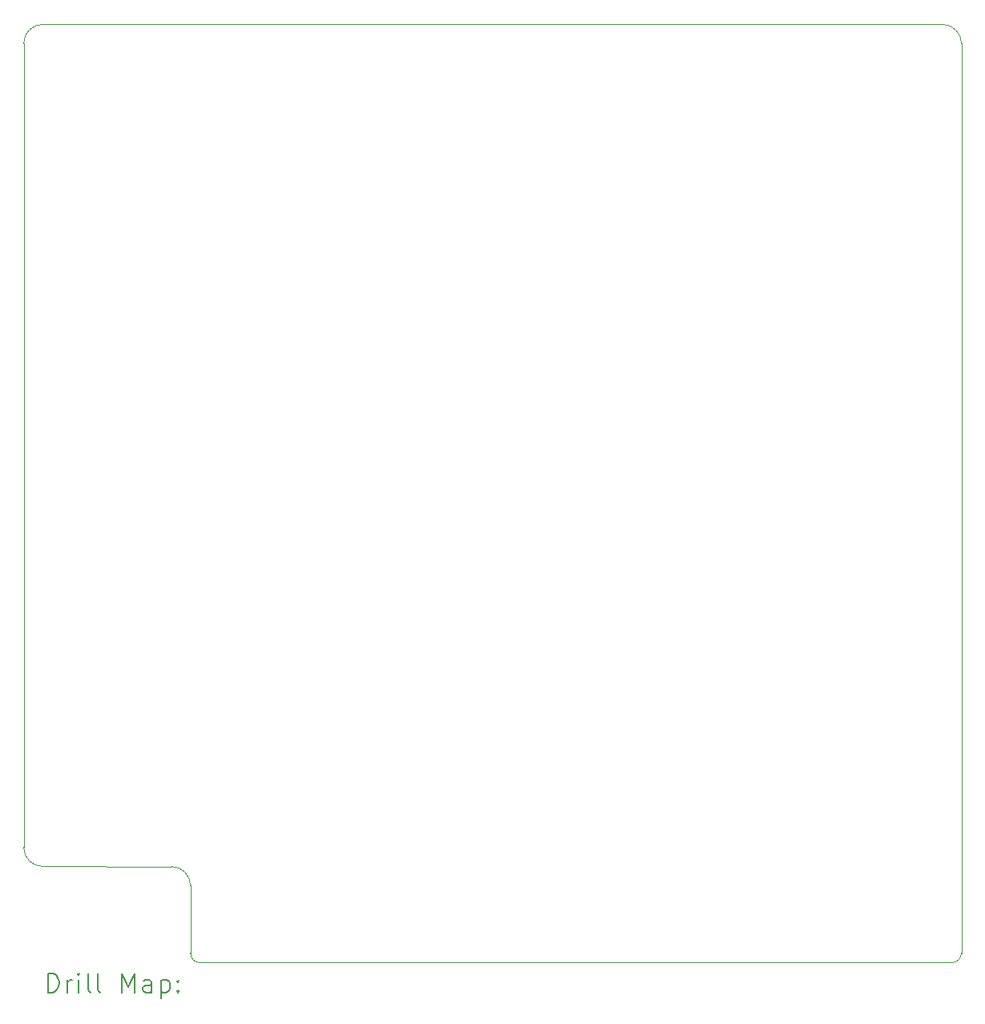
<source format=gbr>
%TF.GenerationSoftware,KiCad,Pcbnew,9.0.5-1.fc42*%
%TF.CreationDate,2025-11-09T16:45:22+08:00*%
%TF.ProjectId,XTra-RAM,58547261-2d52-4414-9d2e-6b696361645f,rev?*%
%TF.SameCoordinates,Original*%
%TF.FileFunction,Drillmap*%
%TF.FilePolarity,Positive*%
%FSLAX45Y45*%
G04 Gerber Fmt 4.5, Leading zero omitted, Abs format (unit mm)*
G04 Created by KiCad (PCBNEW 9.0.5-1.fc42) date 2025-11-09 16:45:22*
%MOMM*%
%LPD*%
G01*
G04 APERTURE LIST*
%ADD10C,0.050000*%
%ADD11C,0.200000*%
G04 APERTURE END LIST*
D10*
X11721877Y-13971671D02*
G75*
G02*
X11921669Y-14171671I-217J-200009D01*
G01*
X12021663Y-14986000D02*
G75*
G02*
X11921660Y-14886000I-3J100000D01*
G01*
X19866000Y-5080000D02*
G75*
G02*
X20066000Y-5280000I0J-200000D01*
G01*
X11921663Y-14171671D02*
X11921663Y-14886000D01*
X19866000Y-5080000D02*
X10360000Y-5080000D01*
X11721877Y-13971671D02*
X10359786Y-13970214D01*
X20066000Y-14886000D02*
G75*
G02*
X19966000Y-14986000I-100000J0D01*
G01*
X10359786Y-13970214D02*
G75*
G02*
X10159996Y-13770214I214J200004D01*
G01*
X20066000Y-14886000D02*
X20066000Y-5280000D01*
X10160000Y-5280000D02*
X10160000Y-13770214D01*
X10160000Y-5280000D02*
G75*
G02*
X10360000Y-5080000I200000J0D01*
G01*
X12021663Y-14986000D02*
X19966000Y-14986000D01*
D11*
X10418277Y-15299984D02*
X10418277Y-15099984D01*
X10418277Y-15099984D02*
X10465896Y-15099984D01*
X10465896Y-15099984D02*
X10494467Y-15109508D01*
X10494467Y-15109508D02*
X10513515Y-15128555D01*
X10513515Y-15128555D02*
X10523039Y-15147603D01*
X10523039Y-15147603D02*
X10532563Y-15185698D01*
X10532563Y-15185698D02*
X10532563Y-15214269D01*
X10532563Y-15214269D02*
X10523039Y-15252365D01*
X10523039Y-15252365D02*
X10513515Y-15271412D01*
X10513515Y-15271412D02*
X10494467Y-15290460D01*
X10494467Y-15290460D02*
X10465896Y-15299984D01*
X10465896Y-15299984D02*
X10418277Y-15299984D01*
X10618277Y-15299984D02*
X10618277Y-15166650D01*
X10618277Y-15204746D02*
X10627801Y-15185698D01*
X10627801Y-15185698D02*
X10637324Y-15176174D01*
X10637324Y-15176174D02*
X10656372Y-15166650D01*
X10656372Y-15166650D02*
X10675420Y-15166650D01*
X10742086Y-15299984D02*
X10742086Y-15166650D01*
X10742086Y-15099984D02*
X10732563Y-15109508D01*
X10732563Y-15109508D02*
X10742086Y-15119031D01*
X10742086Y-15119031D02*
X10751610Y-15109508D01*
X10751610Y-15109508D02*
X10742086Y-15099984D01*
X10742086Y-15099984D02*
X10742086Y-15119031D01*
X10865896Y-15299984D02*
X10846848Y-15290460D01*
X10846848Y-15290460D02*
X10837324Y-15271412D01*
X10837324Y-15271412D02*
X10837324Y-15099984D01*
X10970658Y-15299984D02*
X10951610Y-15290460D01*
X10951610Y-15290460D02*
X10942086Y-15271412D01*
X10942086Y-15271412D02*
X10942086Y-15099984D01*
X11199229Y-15299984D02*
X11199229Y-15099984D01*
X11199229Y-15099984D02*
X11265896Y-15242841D01*
X11265896Y-15242841D02*
X11332562Y-15099984D01*
X11332562Y-15099984D02*
X11332562Y-15299984D01*
X11513515Y-15299984D02*
X11513515Y-15195222D01*
X11513515Y-15195222D02*
X11503991Y-15176174D01*
X11503991Y-15176174D02*
X11484943Y-15166650D01*
X11484943Y-15166650D02*
X11446848Y-15166650D01*
X11446848Y-15166650D02*
X11427801Y-15176174D01*
X11513515Y-15290460D02*
X11494467Y-15299984D01*
X11494467Y-15299984D02*
X11446848Y-15299984D01*
X11446848Y-15299984D02*
X11427801Y-15290460D01*
X11427801Y-15290460D02*
X11418277Y-15271412D01*
X11418277Y-15271412D02*
X11418277Y-15252365D01*
X11418277Y-15252365D02*
X11427801Y-15233317D01*
X11427801Y-15233317D02*
X11446848Y-15223793D01*
X11446848Y-15223793D02*
X11494467Y-15223793D01*
X11494467Y-15223793D02*
X11513515Y-15214269D01*
X11608753Y-15166650D02*
X11608753Y-15366650D01*
X11608753Y-15176174D02*
X11627801Y-15166650D01*
X11627801Y-15166650D02*
X11665896Y-15166650D01*
X11665896Y-15166650D02*
X11684943Y-15176174D01*
X11684943Y-15176174D02*
X11694467Y-15185698D01*
X11694467Y-15185698D02*
X11703991Y-15204746D01*
X11703991Y-15204746D02*
X11703991Y-15261888D01*
X11703991Y-15261888D02*
X11694467Y-15280936D01*
X11694467Y-15280936D02*
X11684943Y-15290460D01*
X11684943Y-15290460D02*
X11665896Y-15299984D01*
X11665896Y-15299984D02*
X11627801Y-15299984D01*
X11627801Y-15299984D02*
X11608753Y-15290460D01*
X11789705Y-15280936D02*
X11799229Y-15290460D01*
X11799229Y-15290460D02*
X11789705Y-15299984D01*
X11789705Y-15299984D02*
X11780182Y-15290460D01*
X11780182Y-15290460D02*
X11789705Y-15280936D01*
X11789705Y-15280936D02*
X11789705Y-15299984D01*
X11789705Y-15176174D02*
X11799229Y-15185698D01*
X11799229Y-15185698D02*
X11789705Y-15195222D01*
X11789705Y-15195222D02*
X11780182Y-15185698D01*
X11780182Y-15185698D02*
X11789705Y-15176174D01*
X11789705Y-15176174D02*
X11789705Y-15195222D01*
M02*

</source>
